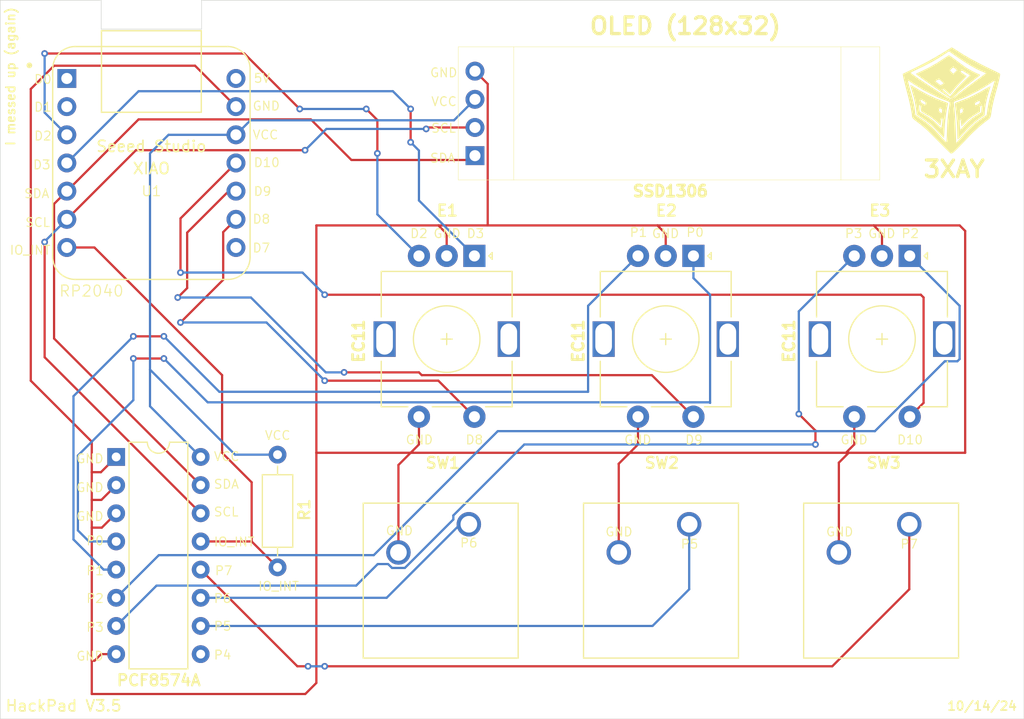
<source format=kicad_pcb>
(kicad_pcb (version 20240108) (generator "pcbnew") (generator_version "8.0")
  (layers (0 "F.Cu" signal) (31 "B.Cu" signal) (34 "B.Paste" user) (35 "F.Paste" user) (36 "B.SilkS" user "B.Silkscreen") (37 "F.SilkS" user "F.Silkscreen") (38 "B.Mask" user) (39 "F.Mask" user) (44 "Edge.Cuts" user))
  (net 0 "")
  (net 1 "VCC")
  (net 2 "GND")
  (net 3 "Net-(U1-PA7_A8_D8_SCK)")
  (net 4 "Net-(U1-PA5_A9_D9_MISO)")
  (net 5 "Net-(U1-PA11_A3_D3)")
  (net 6 "Net-(U1-PA10_A2_D2)")
  (net 7 "Net-(U1-PA6_A10_D10_MOSI)")
  (net 9 "Net-(OL1-SCL)")
  (net 10 "Net-(OL1-SDA)")
  (net 11 "Net-(U2-P1)")
  (net 12 "Net-(U2-P0)")
  (net 13 "Net-(U2-P2)")
  (net 14 "Net-(U2-P3)")
  (net 15 "Net-(U2-P6)")
  (net 16 "Net-(U2-P5)")
  (net 17 "Net-(U2-P7)")
  (net 18 "IO_INT")
  (footprint "Resistor_THT:R_Axial_DIN0207_L6.3mm_D2.5mm_P10.16mm_Horizontal" (layer "F.Cu") (at 140.685 124.535 -90)
    (property "Reference" "R1" (hide yes))
    (property "Value" "10k")
    (pad "1" thru_hole circle (at 0 0 270) (size 1.6 1.6) (drill 0.8) (layers "*.Cu" "*.Mask") (net 1 "VCC"))
    (pad "2" thru_hole oval (at 10.16 0 270) (size 1.6 1.6) (drill 0.8) (layers "*.Cu" "*.Mask") (net 18 "IO_INT"))
  )
  (footprint "Rotary_Encoder:RotaryEncoder_Alps_EC11E-Switch_Vertical_H20mm" (layer "F.Cu") (at 197.685 106.615 -90)
    (property "Reference" "SW3" (hide yes))
    (property "Value" "RotaryEncoder_Switch" (hide yes))
    (pad "A" thru_hole rect (at 0 0 270) (size 2 2) (drill 1) (layers "*.Cu" "*.Mask") (net 13 "Net-(U2-P2)"))
    (pad "B" thru_hole circle (at 0 5 270) (size 2 2) (drill 1) (layers "*.Cu" "*.Mask") (net 14 "Net-(U2-P3)"))
    (pad "C" thru_hole circle (at 0 2.5 270) (size 2 2) (drill 1) (layers "*.Cu" "*.Mask") (net 2 "GND"))
    (pad "MP" thru_hole rect (at 7.5 -3.1 270) (size 3.2 2) (drill oval 2.8 1.5) (layers "*.Cu" "*.Mask"))
    (pad "MP" thru_hole rect (at 7.5 8.1 270) (size 3.2 2) (drill oval 2.8 1.5) (layers "*.Cu" "*.Mask"))
    (pad "S1" thru_hole circle (at 14.5 5 270) (size 2 2) (drill 1) (layers "*.Cu" "*.Mask") (net 2 "GND"))
    (pad "S2" thru_hole circle (at 14.5 0 270) (size 2 2) (drill 1) (layers "*.Cu" "*.Mask") (net 7 "Net-(U1-PA6_A10_D10_MOSI)"))
  )
  (footprint "Button_Switch_Keyboard:SW_Cherry_MX_1.00u_PCB" (layer "F.Cu") (at 197.645 130.81)
    (property "Reference" "SW6" (hide yes))
    (property "Value" "SW_Push")
    (pad "" np_thru_hole circle (at -7.62 5.08) (size 1.7 1.7) (drill 1.7) (layers "*.Cu" "*.Mask"))
    (pad "" np_thru_hole circle (at -2.54 5.08) (size 4 4) (drill 4) (layers "*.Cu" "*.Mask"))
    (pad "" np_thru_hole circle (at 2.54 5.08) (size 1.7 1.7) (drill 1.7) (layers "*.Cu" "*.Mask"))
    (pad "1" thru_hole circle (at 0 0) (size 2.2 2.2) (drill 1.5) (layers "*.Cu" "*.Mask") (net 17 "Net-(U2-P7)"))
    (pad "2" thru_hole circle (at -6.35 2.54) (size 2.2 2.2) (drill 1.5) (layers "*.Cu" "*.Mask") (net 2 "GND"))
  )
  (footprint "Rotary_Encoder:RotaryEncoder_Alps_EC11E-Switch_Vertical_H20mm" (layer "F.Cu") (at 178.185 106.615 -90)
    (property "Reference" "SW2" (hide yes))
    (property "Value" "RotaryEncoder_Switch" (hide yes))
    (pad "A" thru_hole rect (at 0 0 270) (size 2 2) (drill 1) (layers "*.Cu" "*.Mask") (net 12 "Net-(U2-P0)"))
    (pad "B" thru_hole circle (at 0 5 270) (size 2 2) (drill 1) (layers "*.Cu" "*.Mask") (net 11 "Net-(U2-P1)"))
    (pad "C" thru_hole circle (at 0 2.5 270) (size 2 2) (drill 1) (layers "*.Cu" "*.Mask") (net 2 "GND"))
    (pad "MP" thru_hole rect (at 7.5 -3.1 270) (size 3.2 2) (drill oval 2.8 1.5) (layers "*.Cu" "*.Mask"))
    (pad "MP" thru_hole rect (at 7.5 8.1 270) (size 3.2 2) (drill oval 2.8 1.5) (layers "*.Cu" "*.Mask"))
    (pad "S1" thru_hole circle (at 14.5 5 270) (size 2 2) (drill 1) (layers "*.Cu" "*.Mask") (net 2 "GND"))
    (pad "S2" thru_hole circle (at 14.5 0 270) (size 2 2) (drill 1) (layers "*.Cu" "*.Mask") (net 4 "Net-(U1-PA5_A9_D9_MISO)"))
  )
  (footprint "Rotary_Encoder:RotaryEncoder_Alps_EC11E-Switch_Vertical_H20mm" (layer "F.Cu") (at 158.435 106.615 -90)
    (property "Reference" "SW1" (hide yes))
    (property "Value" "RotaryEncoder_Switch" (hide yes))
    (pad "A" thru_hole rect (at 0 0 270) (size 2 2) (drill 1) (layers "*.Cu" "*.Mask") (net 5 "Net-(U1-PA11_A3_D3)"))
    (pad "B" thru_hole circle (at 0 5 270) (size 2 2) (drill 1) (layers "*.Cu" "*.Mask") (net 6 "Net-(U1-PA10_A2_D2)"))
    (pad "C" thru_hole circle (at 0 2.5 270) (size 2 2) (drill 1) (layers "*.Cu" "*.Mask") (net 2 "GND"))
    (pad "MP" thru_hole rect (at 7.5 -3.1 270) (size 3.2 2) (drill oval 2.8 1.5) (layers "*.Cu" "*.Mask"))
    (pad "MP" thru_hole rect (at 7.5 8.1 270) (size 3.2 2) (drill oval 2.8 1.5) (layers "*.Cu" "*.Mask"))
    (pad "S1" thru_hole circle (at 14.5 5 270) (size 2 2) (drill 1) (layers "*.Cu" "*.Mask") (net 2 "GND"))
    (pad "S2" thru_hole circle (at 14.5 0 270) (size 2 2) (drill 1) (layers "*.Cu" "*.Mask") (net 3 "Net-(U1-PA7_A8_D8_SCK)"))
  )
  (footprint "KiCad-SSD1306-0.91-OLED-4pin-128x32.pretty-master:SSD1306-0.91-OLED-4pin-128x32" (layer "F.Cu") (at 194.985 99.765 180)
    (property "Reference" "OL1" (hide yes))
    (property "Value" "OLED" (hide yes))
    (pad "1" thru_hole rect (at 36.5 2.19 180) (size 1.7 1.7) (drill 1) (layers "*.Cu" "*.Mask") (net 10 "Net-(OL1-SDA)"))
    (pad "2" thru_hole oval (at 36.5 4.73 180) (size 1.7 1.7) (drill 1) (layers "*.Cu" "*.Mask") (net 9 "Net-(OL1-SCL)"))
    (pad "3" thru_hole oval (at 36.5 7.27 180) (size 1.7 1.7) (drill 1) (layers "*.Cu" "*.Mask") (net 1 "VCC"))
    (pad "4" thru_hole oval (at 36.5 9.81 180) (size 1.7 1.7) (drill 1) (layers "*.Cu" "*.Mask") (net 2 "GND"))
  )
  (footprint "Button_Switch_Keyboard:SW_Cherry_MX_1.00u_PCB" (layer "F.Cu") (at 177.8 130.81)
    (property "Reference" "SW5" (hide yes))
    (property "Value" "SW_Push")
    (pad "" np_thru_hole circle (at -7.62 5.08) (size 1.7 1.7) (drill 1.7) (layers "*.Cu" "*.Mask"))
    (pad "" np_thru_hole circle (at -2.54 5.08) (size 4 4) (drill 4) (layers "*.Cu" "*.Mask"))
    (pad "" np_thru_hole circle (at 2.54 5.08) (size 1.7 1.7) (drill 1.7) (layers "*.Cu" "*.Mask"))
    (pad "1" thru_hole circle (at 0 0) (size 2.2 2.2) (drill 1.5) (layers "*.Cu" "*.Mask") (net 16 "Net-(U2-P5)"))
    (pad "2" thru_hole circle (at -6.35 2.54) (size 2.2 2.2) (drill 1.5) (layers "*.Cu" "*.Mask") (net 2 "GND"))
  )
  (footprint "LOGO" (layer "F.Cu") (at 201.485 92.465)
    (property "Reference" "G***" (hide yes))
    (property "Value" "LOGO" (hide yes))
  )
  (footprint "Package_DIP:DIP-16_W7.62mm" (layer "F.Cu") (at 126.135 124.74)
    (property "Reference" "U2" (hide yes))
    (property "Value" "PCF8574A" (hide yes))
    (pad "1" thru_hole rect (at 0 0) (size 1.6 1.6) (drill 0.8) (layers "*.Cu" "*.Mask") (net 2 "GND"))
    (pad "2" thru_hole oval (at 0 2.54) (size 1.6 1.6) (drill 0.8) (layers "*.Cu" "*.Mask") (net 2 "GND"))
    (pad "3" thru_hole oval (at 0 5.08) (size 1.6 1.6) (drill 0.8) (layers "*.Cu" "*.Mask") (net 2 "GND"))
    (pad "4" thru_hole oval (at 0 7.62) (size 1.6 1.6) (drill 0.8) (layers "*.Cu" "*.Mask") (net 12 "Net-(U2-P0)"))
    (pad "5" thru_hole oval (at 0 10.16) (size 1.6 1.6) (drill 0.8) (layers "*.Cu" "*.Mask") (net 11 "Net-(U2-P1)"))
    (pad "6" thru_hole oval (at 0 12.7) (size 1.6 1.6) (drill 0.8) (layers "*.Cu" "*.Mask") (net 13 "Net-(U2-P2)"))
    (pad "7" thru_hole oval (at 0 15.24) (size 1.6 1.6) (drill 0.8) (layers "*.Cu" "*.Mask") (net 14 "Net-(U2-P3)"))
    (pad "8" thru_hole oval (at 0 17.78) (size 1.6 1.6) (drill 0.8) (layers "*.Cu" "*.Mask") (net 2 "GND"))
    (pad "9" thru_hole oval (at 7.62 17.78) (size 1.6 1.6) (drill 0.8) (layers "*.Cu" "*.Mask"))
    (pad "10" thru_hole oval (at 7.62 15.24) (size 1.6 1.6) (drill 0.8) (layers "*.Cu" "*.Mask") (net 16 "Net-(U2-P5)"))
    (pad "11" thru_hole oval (at 7.62 12.7) (size 1.6 1.6) (drill 0.8) (layers "*.Cu" "*.Mask") (net 15 "Net-(U2-P6)"))
    (pad "12" thru_hole oval (at 7.62 10.16) (size 1.6 1.6) (drill 0.8) (layers "*.Cu" "*.Mask") (net 17 "Net-(U2-P7)"))
    (pad "13" thru_hole oval (at 7.62 7.62) (size 1.6 1.6) (drill 0.8) (layers "*.Cu" "*.Mask") (net 18 "IO_INT"))
    (pad "14" thru_hole oval (at 7.62 5.08) (size 1.6 1.6) (drill 0.8) (layers "*.Cu" "*.Mask") (net 9 "Net-(OL1-SCL)"))
    (pad "15" thru_hole oval (at 7.62 2.54) (size 1.6 1.6) (drill 0.8) (layers "*.Cu" "*.Mask") (net 10 "Net-(OL1-SDA)"))
    (pad "16" thru_hole oval (at 7.62 0) (size 1.6 1.6) (drill 0.8) (layers "*.Cu" "*.Mask") (net 1 "VCC"))
  )
  (footprint "Button_Switch_Keyboard:SW_Cherry_MX_1.00u_PCB" (layer "F.Cu") (at 157.935 130.81)
    (property "Reference" "SW4" (hide yes))
    (property "Value" "SW_Push")
    (pad "" np_thru_hole circle (at -7.62 5.08) (size 1.7 1.7) (drill 1.7) (layers "*.Cu" "*.Mask"))
    (pad "" np_thru_hole circle (at -2.54 5.08) (size 4 4) (drill 4) (layers "*.Cu" "*.Mask"))
    (pad "" np_thru_hole circle (at 2.54 5.08) (size 1.7 1.7) (drill 1.7) (layers "*.Cu" "*.Mask"))
    (pad "1" thru_hole circle (at 0 0) (size 2.2 2.2) (drill 1.5) (layers "*.Cu" "*.Mask") (net 15 "Net-(U2-P6)"))
    (pad "2" thru_hole circle (at -6.35 2.54) (size 2.2 2.2) (drill 1.5) (layers "*.Cu" "*.Mask") (net 2 "GND"))
  )
  (footprint "Seeed Studio XIAO Series Library:XIAO-Generic-Thruhole-14P-2.54-21X17.8MM" (layer "F.Cu") (at 129.31 98.235)
    (property "Reference" "U1" (at 0 2.54 0) (layer "F.SilkS") (effects (font (size 0.889 0.889) (thickness 0.1016))))
    (property "Value" "Seeed Studio XIAO SAMD21" (hide yes))
    (fp_text user "Seeed Studio" (at 0 -1.5 0) (layer "F.SilkS"))
    (fp_text user "XIAO" (at 0 0.5 0) (layer "F.SilkS"))
    (pad "1" thru_hole rect (at -7.625 -7.62) (size 1.7 1.7) (drill 1) (layers "*.Cu" "*.Mask"))
    (pad "2" thru_hole circle (at -7.625 -5.08) (size 1.7 1.7) (drill 1) (layers "*.Cu" "*.Mask"))
    (pad "3" thru_hole circle (at -7.625 -2.54) (size 1.7 1.7) (drill 1) (layers "*.Cu" "*.Mask") (net 6 "Net-(U1-PA10_A2_D2)"))
    (pad "4" thru_hole circle (at -7.625 0) (size 1.7 1.7) (drill 1) (layers "*.Cu" "*.Mask") (net 5 "Net-(U1-PA11_A3_D3)"))
    (pad "5" thru_hole circle (at -7.625 2.54) (size 1.7 1.7) (drill 1) (layers "*.Cu" "*.Mask") (net 10 "Net-(OL1-SDA)"))
    (pad "6" thru_hole circle (at -7.625 5.08 180) (size 1.7 1.7) (drill 1) (layers "*.Cu" "*.Mask") (net 9 "Net-(OL1-SCL)"))
    (pad "7" thru_hole circle (at -7.625 7.62) (size 1.7 1.7) (drill 1) (layers "*.Cu" "*.Mask") (net 18 "IO_INT"))
    (pad "8" thru_hole circle (at 7.625 7.62) (size 1.7 1.7) (drill 1) (layers "*.Cu" "*.Mask"))
    (pad "9" thru_hole circle (at 7.625 5.08) (size 1.7 1.7) (drill 1) (layers "*.Cu" "*.Mask") (net 3 "Net-(U1-PA7_A8_D8_SCK)"))
    (pad "10" thru_hole circle (at 7.625 2.54) (size 1.7 1.7) (drill 1) (layers "*.Cu" "*.Mask") (net 4 "Net-(U1-PA5_A9_D9_MISO)"))
    (pad "11" thru_hole circle (at 7.625 0) (size 1.7 1.7) (drill 1) (layers "*.Cu" "*.Mask") (net 7 "Net-(U1-PA6_A10_D10_MOSI)"))
    (pad "12" thru_hole circle (at 7.625 -2.54) (size 1.7 1.7) (drill 1) (layers "*.Cu" "*.Mask") (net 1 "VCC"))
    (pad "13" thru_hole circle (at 7.625 -5.08) (size 1.7 1.7) (drill 1) (layers "*.Cu" "*.Mask") (net 2 "GND"))
    (pad "14" thru_hole circle (at 7.625 -7.62) (size 1.7 1.7) (drill 1) (layers "*.Cu" "*.Mask"))
  )
  (gr_line (start 133.835 86.165) (end 133.835 83.565) (stroke (width 0.05)) (layer "Edge.Cuts"))
  (gr_line (start 124.785 83.565) (end 124.785 86.165) (stroke (width 0.05)) (layer "Edge.Cuts"))
  (gr_line (start 115.685 85.365) (end 115.685 148.365) (stroke (width 0.05)) (layer "Edge.Cuts"))
  (gr_line (start 115.685 83.565) (end 115.685 85.365) (stroke (width 0.05)) (layer "Edge.Cuts"))
  (gr_line (start 133.835 83.565) (end 207.985 83.565) (stroke (width 0.05)) (layer "Edge.Cuts"))
  (gr_line (start 117.685 83.565) (end 124.785 83.565) (stroke (width 0.05)) (layer "Edge.Cuts"))
  (gr_line (start 117.685 83.565) (end 115.685 83.565) (stroke (width 0.05)) (layer "Edge.Cuts"))
  (gr_line (start 124.785 86.165) (end 133.835 86.165) (stroke (width 0.05)) (layer "Edge.Cuts"))
  (gr_line (start 207.985 148.365) (end 115.685 148.365) (stroke (width 0.05)) (layer "Edge.Cuts"))
  (gr_line (start 207.985 83.565) (end 207.985 148.365) (stroke (width 0.05)) (layer "Edge.Cuts"))
  (gr_text "D9" (at 177.385 123.665 0) (layer "F.SilkS") (effects (font (size 0.8 0.8) (thickness 0.1)) (justify left bottom)))
  (gr_text "D1" (at 118.685 93.665 0) (layer "F.SilkS") (effects (font (size 0.8 0.8) (thickness 0.1)) (justify left bottom)))
  (gr_text "10/14/24" (at 200.985 147.665 0) (layer "F.SilkS") (effects (font (size 0.8 0.8)) (justify left bottom)))
  (gr_text "SCL" (at 154.485 95.565 0) (layer "F.SilkS") (effects (font (size 0.8 0.8) (thickness 0.1)) (justify left bottom)))
  (gr_text "P3" (at 191.785 105.065 0) (layer "F.SilkS") (effects (font (size 0.8 0.8) (thickness 0.1)) (justify left bottom)))
  (gr_text "D2" (at 152.585 105.065 0) (layer "F.SilkS") (effects (font (size 0.8 0.8) (thickness 0.1)) (justify left bottom)))
  (gr_text "IO_INT\n" (at 134.885 132.865 0) (layer "F.SilkS") (effects (font (size 0.8 0.8) (thickness 0.1)) (justify left bottom)))
  (gr_text "SDA" (at 117.785 101.465 0) (layer "F.SilkS") (effects (font (size 0.8 0.8) (thickness 0.1)) (justify left bottom)))
  (gr_text "P6" (at 157.085 132.965 0) (layer "F.SilkS") (effects (font (size 0.8 0.8) (thickness 0.1)) (justify left bottom)))
  (gr_text "E3" (at 193.935 103.115 0) (layer "F.SilkS") (effects (font (size 1 1) (thickness 0.2) (bold yes)) (justify left bottom)))
  (gr_text "P0" (at 177.485 104.965 0) (layer "F.SilkS") (effects (font (size 0.8 0.8) (thickness 0.1)) (justify left bottom)))
  (gr_text "GND" (at 170.185 131.965 0) (layer "F.SilkS") (effects (font (size 0.8 0.8) (thickness 0.1)) (justify left bottom)))
  (gr_text "D8" (at 157.585 123.665 0) (layer "F.SilkS") (effects (font (size 0.8 0.8) (thickness 0.1)) (justify left bottom)))
  (gr_text "D9" (at 138.485 101.265 0) (layer "F.SilkS") (effects (font (size 0.8 0.8) (thickness 0.1)) (justify left bottom)))
  (gr_text "GND" (at 171.885 123.665 0) (layer "F.SilkS") (effects (font (size 0.8 0.8) (thickness 0.1)) (justify left bottom)))
  (gr_text "SW2" (at 173.685 125.865 0) (layer "F.SilkS") (effects (font (size 1 1) (thickness 0.2) (bold yes)) (justify left bottom)))
  (gr_text "P7" (at 134.985 135.465 0) (layer "F.SilkS") (effects (font (size 0.8 0.8) (thickness 0.1)) (justify left bottom)))
  (gr_text "IO_INT\n" (at 138.885 136.865 0) (layer "F.SilkS") (effects (font (size 0.8 0.8) (thickness 0.1)) (justify left bottom)))
  (gr_text "D10" (at 196.485 123.665 0) (layer "F.SilkS") (effects (font (size 0.8 0.8) (thickness 0.1)) (justify left bottom)))
  (gr_text "D0" (at 118.685 91.165 0) (layer "F.SilkS") (effects (font (size 0.8 0.8) (thickness 0.1)) (justify left bottom)))
  (gr_text "P2" (at 196.885 105.065 0) (layer "F.SilkS") (effects (font (size 0.8 0.8) (thickness 0.1)) (justify left bottom)))
  (gr_text "D7" (at 138.385 106.365 0) (layer "F.SilkS") (effects (font (size 0.8 0.8) (thickness 0.1)) (justify left bottom)))
  (gr_text "GND" (at 122.485 127.965 0) (layer "F.SilkS") (effects (font (size 0.8 0.8) (thickness 0.1)) (justify left bottom)))
  (gr_text "P3" (at 123.385 140.565 0) (layer "F.SilkS") (effects (font (size 0.8 0.8) (thickness 0.1)) (justify left bottom)))
  (gr_text "GND" (at 152.185 123.665 0) (layer "F.SilkS") (effects (font (size 0.8 0.8) (thickness 0.1)) (justify left bottom)))
  (gr_text "IO_INT\n" (at 116.485 106.565 0) (layer "F.SilkS") (effects (font (size 0.8 0.8) (thickness 0.1)) (justify left bottom)))
  (gr_text "RP2040" (at 120.935 110.365 0) (layer "F.SilkS") (effects (font (size 1 1) (thickness 0.1)) (justify left bottom)))
  (gr_text "VCC" (at 138.385 96.165 0) (layer "F.SilkS") (effects (font (size 0.8 0.8) (thickness 0.1)) (justify left bottom)))
  (gr_text "GND" (at 150.385 131.865 0) (layer "F.SilkS") (effects (font (size 0.8 0.8) (thickness 0.1)) (justify left bottom)))
  (gr_text "P0" (at 123.385 132.765 0) (layer "F.SilkS") (effects (font (size 0.8 0.8) (thickness 0.1)) (justify left bottom)))
  (gr_text "D2" (at 118.685 96.265 0) (layer "F.SilkS") (effects (font (size 0.8 0.8) (thickness 0.1)) (justify left bottom)))
  (gr_text "E1" (at 154.935 103.115 0) (layer "F.SilkS") (effects (font (size 1 1) (thickness 0.2) (bold yes)) (justify left bottom)))
  (gr_text "GND" (at 122.485 130.565 0) (layer "F.SilkS") (effects (font (size 0.8 0.8) (thickness 0.1)) (justify left bottom)))
  (gr_text "GND" (at 174.385 105.065 0) (layer "F.SilkS") (effects (font (size 0.8 0.8) (thickness 0.1)) (justify left bottom)))
  (gr_text "D10" (at 138.485 98.665 0) (layer "F.SilkS") (effects (font (size 0.8 0.8) (thickness 0.1)) (justify left bottom)))
  (gr_text "3XAY" (at 198.785 99.665 0) (layer "F.SilkS") (effects (font (size 1.5 1.5) (thickness 0.3) (bold yes)) (justify left bottom)))
  (gr_text "GND" (at 193.885 105.065 0) (layer "F.SilkS") (effects (font (size 0.8 0.8) (thickness 0.1)) (justify left bottom)))
  (gr_text "P1" (at 172.385 104.965 0) (layer "F.SilkS") (effects (font (size 0.8 0.8) (thickness 0.1)) (justify left bottom)))
  (gr_text "GND" (at 154.385 90.565 0) (layer "F.SilkS") (effects (font (size 0.8 0.8) (thickness 0.1)) (justify left bottom)))
  (gr_text "P2" (at 123.385 137.965 0) (layer "F.SilkS") (effects (font (size 0.8 0.8) (thickness 0.1)) (justify left bottom)))
  (gr_text "SW3" (at 193.685 125.865 0) (layer "F.SilkS") (effects (font (size 1 1) (thickness 0.2) (bold yes)) (justify left bottom)))
  (gr_text "GND" (at 138.385 93.565 0) (layer "F.SilkS") (effects (font (size 0.8 0.8) (thickness 0.1)) (justify left bottom)))
  (gr_text "D3" (at 118.585 98.865 0) (layer "F.SilkS") (effects (font (size 0.8 0.8) (thickness 0.1)) (justify left bottom)))
  (gr_text "PCF8574A" (at 126.085 145.465 0) (layer "F.SilkS") (effects (font (size 1 1) (thickness 0.2) (bold yes)) (justify left bottom)))
  (gr_text "E2" (at 174.685 103.115 0) (layer "F.SilkS") (effects (font (size 1 1) (thickness 0.2) (bold yes)) (justify left bottom)))
  (gr_text "VCC" (at 134.885 125.165 0) (layer "F.SilkS") (effects (font (size 0.8 0.8) (thickness 0.1)) (justify left bottom)))
  (gr_text "EC11" (at 148.585 116.365 90) (layer "F.SilkS") (effects (font (size 1 1) (thickness 0.25) (bold yes)) (justify left bottom)))
  (gr_text "GND" (at 122.485 125.365 0) (layer "F.SilkS") (effects (font (size 0.8 0.8) (thickness 0.1)) (justify left bottom)))
  (gr_text "P5" (at 176.985 133.065 0) (layer "F.SilkS") (effects (font (size 0.8 0.8) (thickness 0.1)) (justify left bottom)))
  (gr_text "GND" (at 154.685 105.065 0) (layer "F.SilkS") (effects (font (size 0.8 0.8) (thickness 0.1)) (justify left bottom)))
  (gr_text "GND" (at 190.085 131.965 0) (layer "F.SilkS") (effects (font (size 0.8 0.8) (thickness 0.1)) (justify left bottom)))
  (gr_text "SCL" (at 134.885 130.165 0) (layer "F.SilkS") (effects (font (size 0.8 0.8) (thickness 0.1)) (justify left bottom)))
  (gr_text "SDA" (at 154.385 98.265 0) (layer "F.SilkS") (effects (font (size 0.8 0.8) (thickness 0.1)) (justify left bottom)))
  (gr_text "I messed up (again)" (at 117.085 96.765 90) (layer "F.SilkS") (effects (font (size 0.8 0.8)) (justify left bottom)))
  (gr_text "P6" (at 134.885 137.965 0) (layer "F.SilkS") (effects (font (size 0.8 0.8) (thickness 0.1)) (justify left bottom)))
  (gr_text "EC11" (at 187.385 116.365 90) (layer "F.SilkS") (effects (font (size 1 1) (thickness 0.25) (bold yes)) (justify left bottom)))
  (gr_text "OLED (128x32)" (at 168.685 86.765 0) (layer "F.SilkS") (effects (font (size 1.5 1.5) (thickness 0.3) (bold yes)) (justify left bottom)))
  (gr_text "D3" (at 157.685 105.065 0) (layer "F.SilkS") (effects (font (size 0.8 0.8) (thickness 0.1)) (justify left bottom)))
  (gr_text "D8" (at 138.385 103.765 0) (layer "F.SilkS") (effects (font (size 0.8 0.8) (thickness 0.1)) (justify left bottom)))
  (gr_text "R1" (at 143.685 130.615 90) (layer "F.SilkS") (effects (font (size 1 1) (thickness 0.2) (bold yes)) (justify left bottom)))
  (gr_text "SSD1306" (at 172.585 101.365 0) (layer "F.SilkS") (effects (font (size 1 1) (thickness 0.25) (bold yes)) (justify left bottom)))
  (gr_text "SW1" (at 153.935 125.865 0) (layer "F.SilkS") (effects (font (size 1 1) (thickness 0.2) (bold yes)) (justify left bottom)))
  (gr_text "EC11" (at 168.385 116.365 90) (layer "F.SilkS") (effects (font (size 1 1) (thickness 0.25) (bold yes)) (justify left bottom)))
  (gr_text "VCC" (at 154.485 93.165 0) (layer "F.SilkS") (effects (font (size 0.8 0.8) (thickness 0.1)) (justify left bottom)))
  (gr_text "SDA" (at 134.885 127.665 0) (layer "F.SilkS") (effects (font (size 0.8 0.8) (thickness 0.1)) (justify left bottom)))
  (gr_text "5V" (at 138.485 91.065 0) (layer "F.SilkS") (effects (font (size 0.8 0.8) (thickness 0.1)) (justify left bottom)))
  (gr_text "P4" (at 134.885 143.065 0) (layer "F.SilkS") (effects (font (size 0.8 0.8) (thickness 0.1)) (justify left bottom)))
  (gr_text "GND" (at 191.385 123.665 0) (layer "F.SilkS") (effects (font (size 0.8 0.8) (thickness 0.1)) (justify left bottom)))
  (gr_text "SCL" (at 117.885 104.065 0) (layer "F.SilkS") (effects (font (size 0.8 0.8) (thickness 0.1)) (justify left bottom)))
  (gr_text "P7" (at 196.785 133.065 0) (layer "F.SilkS") (effects (font (size 0.8 0.8) (thickness 0.1)) (justify left bottom)))
  (gr_text "GND" (at 122.485 143.165 0) (layer "F.SilkS") (effects (font (size 0.8 0.8) (thickness 0.1)) (justify left bottom)))
  (gr_text "P5" (at 134.885 140.465 0) (layer "F.SilkS") (effects (font (size 0.8 0.8) (thickness 0.1)) (justify left bottom)))
  (gr_text "P1" (at 123.385 135.465 0) (layer "F.SilkS") (effects (font (size 0.8 0.8) (thickness 0.1)) (justify left bottom)))
  (gr_text "HackPad V3.5" (at 116.085 147.765 0) (layer "F.SilkS") (effects (font (size 1 1)) (justify left bottom)))
  (gr_text "VCC" (at 139.485 123.265 0) (layer "F.SilkS") (effects (font (size 0.8 0.8) (thickness 0.1)) (justify left bottom)))
  (segment (start 129.185 120.17) (end 133.755 124.74) (width 0.2) (layer "B.Cu") (net 1))
  (segment (start 156.595 94.385) (end 158.485 92.495) (width 0.2) (layer "B.Cu") (net 1))
  (segment (start 138.245 94.385) (end 156.595 94.385) (width 0.2) (layer "B.Cu") (net 1))
  (segment (start 130.855 95.695) (end 129.185 97.365) (width 0.2) (layer "B.Cu") (net 1))
  (segment (start 136.935 95.695) (end 130.855 95.695) (width 0.2) (layer "B.Cu") (net 1))
  (segment (start 140.685 124.535) (end 136.855 124.535) (width 0.2) (layer "B.Cu") (net 1))
  (segment (start 136.855 124.535) (end 129.185 116.865) (width 0.2) (layer "B.Cu") (net 1))
  (segment (start 129.185 97.365) (end 129.185 116.865) (width 0.2) (layer "B.Cu") (net 1))
  (segment (start 138.245 94.385) (end 136.935 95.695) (width 0.2) (layer "B.Cu") (net 1))
  (segment (start 129.185 116.865) (end 129.185 120.17) (width 0.2) (layer "B.Cu") (net 1))
  (segment (start 191.935 124.365) (end 192.685 123.615) (width 0.2) (layer "F.Cu") (net 2))
  (segment (start 158.485 89.955) (end 159.635 91.105) (width 0.2) (layer "F.Cu") (net 2))
  (segment (start 123.935 146.115) (end 123.935 143.115) (width 0.2) (layer "F.Cu") (net 2))
  (segment (start 123.935 131.115) (end 123.935 128.615) (width 0.2) (layer "F.Cu") (net 2))
  (segment (start 159.585 103.865) (end 174.935 103.865) (width 0.2) (layer "F.Cu") (net 2))
  (segment (start 172.435 124.365) (end 171.435 125.365) (width 0.2) (layer "F.Cu") (net 2))
  (segment (start 124.78 142.52) (end 126.135 142.52) (width 0.2) (layer "F.Cu") (net 2))
  (segment (start 155.935 104.615) (end 155.935 106.615) (width 0.2) (layer "F.Cu") (net 2))
  (segment (start 123.935 128.615) (end 123.935 126.115) (width 0.2) (layer "F.Cu") (net 2))
  (segment (start 155.185 103.865) (end 159.585 103.865) (width 0.2) (layer "F.Cu") (net 2))
  (segment (start 174.935 103.865) (end 194.435 103.865) (width 0.2) (layer "F.Cu") (net 2))
  (segment (start 144.185 145.115) (end 143.185 146.115) (width 0.2) (layer "F.Cu") (net 2))
  (segment (start 123.935 143.115) (end 123.935 131.115) (width 0.2) (layer "F.Cu") (net 2))
  (segment (start 124.8 128.615) (end 126.135 127.28) (width 0.2) (layer "F.Cu") (net 2))
  (segment (start 202.685 104.365) (end 202.685 124.365) (width 0.2) (layer "F.Cu") (net 2))
  (segment (start 151.585 125.465) (end 151.585 133.35) (width 0.2) (layer "F.Cu") (net 2))
  (segment (start 191.295 133.35) (end 191.295 125.255) (width 0.2) (layer "F.Cu") (net 2))
  (segment (start 124.185 143.115) (end 124.78 142.52) (width 0.2) (layer "F.Cu") (net 2))
  (segment (start 144.185 103.865) (end 144.185 124.365) (width 0.2) (layer "F.Cu") (net 2))
  (segment (start 133.245 89.465) (end 136.935 93.155) (width 0.2) (layer "F.Cu") (net 2))
  (segment (start 118.435 91.565) (end 120.535 89.465) (width 0.2) (layer "F.Cu") (net 2))
  (segment (start 118.435 117.865) (end 118.435 91.565) (width 0.2) (layer "F.Cu") (net 2))
  (segment (start 171.45 125.38) (end 171.45 133.35) (width 0.2) (layer "F.Cu") (net 2))
  (segment (start 174.935 103.865) (end 175.685 104.615) (width 0.2) (layer "F.Cu") (net 2))
  (segment (start 144.185 103.865) (end 155.185 103.865) (width 0.2) (layer "F.Cu") (net 2))
  (segment (start 124.76 126.115) (end 126.135 124.74) (width 0.2) (layer "F.Cu") (net 2))
  (segment (start 123.935 143.115) (end 124.185 143.115) (width 0.2) (layer "F.Cu") (net 2))
  (segment (start 152.685 124.365) (end 153.435 123.615) (width 0.2) (layer "F.Cu") (net 2))
  (segment (start 123.935 123.365) (end 118.435 117.865) (width 0.2) (layer "F.Cu") (net 2))
  (segment (start 194.435 103.865) (end 202.185 103.865) (width 0.2) (layer "F.Cu") (net 2))
  (segment (start 159.635 103.815) (end 159.585 103.865) (width 0.2) (layer "F.Cu") (net 2))
  (segment (start 155.185 103.865) (end 155.935 104.615) (width 0.2) (layer "F.Cu") (net 2))
  (segment (start 123.935 131.115) (end 124.84 131.115) (width 0.2) (layer "F.Cu") (net 2))
  (segment (start 123.935 126.115) (end 123.935 123.365) (width 0.2) (layer "F.Cu") (net 2))
  (segment (start 143.185 146.115) (end 123.935 146.115) (width 0.2) (layer "F.Cu") (net 2))
  (segment (start 120.535 89.465) (end 133.245 89.465) (width 0.2) (layer "F.Cu") (net 2))
  (segment (start 194.435 103.865) (end 195.185 104.615) (width 0.2) (layer "F.Cu") (net 2))
  (segment (start 173.185 123.615) (end 173.185 121.115) (width 0.2) (layer "F.Cu") (net 2))
  (segment (start 172.435 124.365) (end 173.185 123.615) (width 0.2) (layer "F.Cu") (net 2))
  (segment (start 195.185 104.615) (end 195.185 106.615) (width 0.2) (layer "F.Cu") (net 2))
  (segment (start 191.935 124.365) (end 192.185 124.365) (width 0.2) (layer "F.Cu") (net 2))
  (segment (start 123.935 126.115) (end 124.76 126.115) (width 0.2) (layer "F.Cu") (net 2))
  (segment (start 172.435 124.365) (end 191.935 124.365) (width 0.2) (layer "F.Cu") (net 2))
  (segment (start 152.685 124.365) (end 172.435 124.365) (width 0.2) (layer "F.Cu") (net 2))
  (segment (start 202.185 103.865) (end 202.685 104.365) (width 0.2) (layer "F.Cu") (net 2))
  (segment (start 144.185 124.365) (end 152.685 124.365) (width 0.2) (layer "F.Cu") (net 2))
  (segment (start 191.295 125.255) (end 192.185 124.365) (width 0.2) (layer "F.Cu") (net 2))
  (segment (start 124.84 131.115) (end 126.135 129.82) (width 0.2) (layer "F.Cu") (net 2))
  (segment (start 144.185 124.365) (end 144.185 145.115) (width 0.2) (layer "F.Cu") (net 2))
  (segment (start 171.435 125.365) (end 171.45 125.38) (width 0.2) (layer "F.Cu") (net 2))
  (segment (start 175.685 104.615) (end 175.685 106.615) (width 0.2) (layer "F.Cu") (net 2))
  (segment (start 152.685 124.365) (end 151.585 125.465) (width 0.2) (layer "F.Cu") (net 2))
  (segment (start 202.685 124.365) (end 192.185 124.365) (width 0.2) (layer "F.Cu") (net 2))
  (segment (start 159.635 91.105) (end 159.635 103.815) (width 0.2) (layer "F.Cu") (net 2))
  (segment (start 192.685 123.615) (end 192.685 121.115) (width 0.2) (layer "F.Cu") (net 2))
  (segment (start 123.935 128.615) (end 124.8 128.615) (width 0.2) (layer "F.Cu") (net 2))
  (segment (start 153.435 123.615) (end 153.435 121.115) (width 0.2) (layer "F.Cu") (net 2))
  (segment (start 131.935 112.615) (end 135.785 108.765) (width 0.2) (layer "F.Cu") (net 3))
  (segment (start 155.185 117.865) (end 158.435 121.115) (width 0.2) (layer "F.Cu") (net 3))
  (segment (start 144.935 117.865) (end 155.185 117.865) (width 0.2) (layer "F.Cu") (net 3))
  (segment (start 135.785 108.765) (end 135.785 104.465) (width 0.2) (layer "F.Cu") (net 3))
  (segment (start 135.785 104.465) (end 136.935 103.315) (width 0.2) (layer "F.Cu") (net 3))
  (via (at 144.935 117.865) (size 0.6) (drill 0.3) (layers "F.Cu" "B.Cu") (net 3))
  (via (at 131.935 112.615) (size 0.6) (drill 0.3) (layers "F.Cu" "B.Cu") (net 3))
  (segment (start 131.935 112.615) (end 139.685 112.615) (width 0.2) (layer "B.Cu") (net 3))
  (segment (start 139.685 112.615) (end 144.935 117.865) (width 0.2) (layer "B.Cu") (net 3))
  (segment (start 132.535 109.515) (end 132.535 104.515) (width 0.2) (layer "F.Cu") (net 4))
  (segment (start 146.685 117.115) (end 153.435 117.115) (width 0.2) (layer "F.Cu") (net 4))
  (segment (start 174.435 117.365) (end 178.185 121.115) (width 0.2) (layer "F.Cu") (net 4))
  (segment (start 153.685 117.365) (end 174.435 117.365) (width 0.2) (layer "F.Cu") (net 4))
  (segment (start 131.685 110.365) (end 132.535 109.515) (width 0.2) (layer "F.Cu") (net 4))
  (segment (start 136.275 100.775) (end 136.935 100.775) (width 0.2) (layer "F.Cu") (net 4))
  (segment (start 132.535 104.515) (end 136.275 100.775) (width 0.2) (layer "F.Cu") (net 4))
  (segment (start 153.435 117.115) (end 153.685 117.365) (width 0.2) (layer "F.Cu") (net 4))
  (via (at 131.685 110.365) (size 0.6) (drill 0.3) (layers "F.Cu" "B.Cu") (net 4))
  (via (at 146.685 117.115) (size 0.6) (drill 0.3) (layers "F.Cu" "B.Cu") (net 4))
  (segment (start 145.033529 117.115) (end 146.685 117.115) (width 0.2) (layer "B.Cu") (net 4))
  (segment (start 138.283529 110.365) (end 145.033529 117.115) (width 0.2) (layer "B.Cu") (net 4))
  (segment (start 131.685 110.365) (end 138.283529 110.365) (width 0.2) (layer "B.Cu") (net 4))
  (segment (start 152.685 96.365) (end 152.685 93.365) (width 0.2) (layer "F.Cu") (net 5))
  (via (at 152.685 96.365) (size 0.6) (drill 0.3) (layers "F.Cu" "B.Cu") (net 5))
  (via (at 152.685 93.365) (size 0.6) (drill 0.3) (layers "F.Cu" "B.Cu") (net 5))
  (segment (start 128.155 91.765) (end 121.685 98.235) (width 0.2) (layer "B.Cu") (net 5))
  (segment (start 153.435 101.615) (end 158.435 106.615) (width 0.2) (layer "B.Cu") (net 5))
  (segment (start 151.085 91.765) (end 128.155 91.765) (width 0.2) (layer "B.Cu") (net 5))
  (segment (start 153.435 101.615) (end 153.435 97.115) (width 0.2) (layer "B.Cu") (net 5))
  (segment (start 153.435 97.115) (end 152.685 96.365) (width 0.2) (layer "B.Cu") (net 5))
  (segment (start 152.685 93.365) (end 151.085 91.765) (width 0.2) (layer "B.Cu") (net 5))
  (segment (start 149.685 97.365) (end 149.685 94.365) (width 0.2) (layer "F.Cu") (net 6))
  (segment (start 137.685 88.365) (end 119.685 88.365) (width 0.2) (layer "F.Cu") (net 6))
  (segment (start 142.685 93.365) (end 137.685 88.365) (width 0.2) (layer "F.Cu") (net 6))
  (segment (start 149.685 94.365) (end 148.685 93.365) (width 0.2) (layer "F.Cu") (net 6))
  (via (at 119.685 88.365) (size 0.6) (drill 0.3) (layers "F.Cu" "B.Cu") (net 6))
  (via (at 149.685 97.365) (size 0.6) (drill 0.3) (layers "F.Cu" "B.Cu") (net 6))
  (via (at 142.685 93.365) (size 0.6) (drill 0.3) (layers "F.Cu" "B.Cu") (net 6))
  (via (at 148.685 93.365) (size 0.6) (drill 0.3) (layers "F.Cu" "B.Cu") (net 6))
  (segment (start 148.685 93.365) (end 142.685 93.365) (width 0.2) (layer "B.Cu") (net 6))
  (segment (start 119.685 93.695) (end 121.685 95.695) (width 0.2) (layer "B.Cu") (net 6))
  (segment (start 119.685 88.365) (end 119.685 93.695) (width 0.2) (layer "B.Cu") (net 6))
  (segment (start 153.435 106.615) (end 149.685 102.865) (width 0.2) (layer "B.Cu") (net 6))
  (segment (start 149.685 102.865) (end 149.685 97.365) (width 0.2) (layer "B.Cu") (net 6))
  (segment (start 198.935 110.365) (end 198.935 119.865) (width 0.2) (layer "F.Cu") (net 7))
  (segment (start 144.935 110.115) (end 198.685 110.115) (width 0.2) (layer "F.Cu") (net 7))
  (segment (start 198.685 110.115) (end 198.935 110.365) (width 0.2) (layer "F.Cu") (net 7))
  (segment (start 198.935 119.865) (end 197.685 121.115) (width 0.2) (layer "F.Cu") (net 7))
  (segment (start 131.935 103.235) (end 131.935 108.115) (width 0.2) (layer "F.Cu") (net 7))
  (segment (start 136.935 98.235) (end 131.935 103.235) (width 0.2) (layer "F.Cu") (net 7))
  (via (at 144.935 110.115) (size 0.6) (drill 0.3) (layers "F.Cu" "B.Cu") (net 7))
  (via (at 131.935 108.115) (size 0.6) (drill 0.3) (layers "F.Cu" "B.Cu") (net 7))
  (segment (start 142.935 108.115) (end 144.935 110.115) (width 0.2) (layer "B.Cu") (net 7))
  (segment (start 131.935 108.115) (end 142.935 108.115) (width 0.2) (layer "B.Cu") (net 7))
  (segment (start 154.085 95.165) (end 154.215 95.035) (width 0.2) (layer "F.Cu") (net 9))
  (segment (start 133.755 129.82) (end 119.685 115.75) (width 0.2) (layer "F.Cu") (net 9))
  (segment (start 119.685 115.75) (end 119.685 105.365) (width 0.2) (layer "F.Cu") (net 9))
  (segment (start 121.685 103.315) (end 127.915 97.085) (width 0.2) (layer "F.Cu") (net 9))
  (segment (start 154.215 95.035) (end 158.485 95.035) (width 0.2) (layer "F.Cu") (net 9))
  (segment (start 127.915 97.085) (end 143.165 97.085) (width 0.2) (layer "F.Cu") (net 9))
  (via (at 154.085 95.165) (size 0.6) (drill 0.3) (layers "F.Cu" "B.Cu") (net 9))
  (via (at 119.685 105.365) (size 0.6) (drill 0.3) (layers "F.Cu" "B.Cu") (net 9))
  (via (at 143.165 97.085) (size 0.6) (drill 0.3) (layers "F.Cu" "B.Cu") (net 9))
  (segment (start 143.165 97.085) (end 145.085 95.165) (width 0.2) (layer "B.Cu") (net 9))
  (segment (start 145.085 95.165) (end 154.085 95.165) (width 0.2) (layer "B.Cu") (net 9))
  (segment (start 119.685 105.315) (end 121.685 103.315) (width 0.2) (layer "B.Cu") (net 9))
  (segment (start 119.685 105.365) (end 119.685 105.315) (width 0.2) (layer "B.Cu") (net 9))
  (segment (start 147.345 97.965) (end 158.095 97.965) (width 0.2) (layer "F.Cu") (net 10))
  (segment (start 143.685 94.305) (end 147.345 97.965) (width 0.2) (layer "F.Cu") (net 10))
  (segment (start 121.685 100.775) (end 128.155 94.305) (width 0.2) (layer "F.Cu") (net 10))
  (segment (start 120.535 101.925) (end 121.685 100.775) (width 0.2) (layer "F.Cu") (net 10))
  (segment (start 120.535 114.06) (end 120.535 101.925) (width 0.2) (layer "F.Cu") (net 10))
  (segment (start 158.095 97.965) (end 158.485 97.575) (width 0.2) (layer "F.Cu") (net 10))
  (segment (start 128.155 94.305) (end 143.685 94.305) (width 0.2) (layer "F.Cu") (net 10))
  (segment (start 133.755 127.28) (end 120.535 114.06) (width 0.2) (layer "F.Cu") (net 10))
  (segment (start 127.685 113.865) (end 130.435 113.865) (width 0.2) (layer "F.Cu") (net 11))
  (via (at 130.435 113.865) (size 0.6) (drill 0.3) (layers "F.Cu" "B.Cu") (net 11))
  (via (at 127.685 113.865) (size 0.6) (drill 0.3) (layers "F.Cu" "B.Cu") (net 11))
  (segment (start 168.685 111.115) (end 173.185 106.615) (width 0.2) (layer "B.Cu") (net 11))
  (segment (start 122.285 132.18137) (end 122.285 119.265) (width 0.2) (layer "B.Cu") (net 11))
  (segment (start 122.285 119.265) (end 127.685 113.865) (width 0.2) (layer "B.Cu") (net 11))
  (segment (start 130.435 113.865) (end 135.435 118.865) (width 0.2) (layer "B.Cu") (net 11))
  (segment (start 135.435 118.865) (end 168.685 118.865) (width 0.2) (layer "B.Cu") (net 11))
  (segment (start 126.135 134.9) (end 125.00363 134.9) (width 0.2) (layer "B.Cu") (net 11))
  (segment (start 168.685 118.865) (end 168.685 111.115) (width 0.2) (layer "B.Cu") (net 11))
  (segment (start 125.00363 134.9) (end 122.285 132.18137) (width 0.2) (layer "B.Cu") (net 11))
  (segment (start 127.685 115.865) (end 130.435 115.865) (width 0.2) (layer "F.Cu") (net 12))
  (via (at 127.685 115.865) (size 0.6) (drill 0.3) (layers "F.Cu" "B.Cu") (net 12))
  (via (at 130.435 115.865) (size 0.6) (drill 0.3) (layers "F.Cu" "B.Cu") (net 12))
  (segment (start 122.685 131.365) (end 122.685 124.615) (width 0.2) (layer "B.Cu") (net 12))
  (segment (start 122.685 124.615) (end 125.435 121.865) (width 0.2) (layer "B.Cu") (net 12))
  (segment (start 178.185 108.615) (end 178.185 106.615) (width 0.2) (layer "B.Cu") (net 12))
  (segment (start 179.685 110.115) (end 178.185 108.615) (width 0.2) (layer "B.Cu") (net 12))
  (segment (start 134.385 119.815) (end 179.635 119.815) (width 0.2) (layer "B.Cu") (net 12))
  (segment (start 123.68 132.36) (end 122.685 131.365) (width 0.2) (layer "B.Cu") (net 12))
  (segment (start 179.685 119.865) (end 179.685 110.115) (width 0.2) (layer "B.Cu") (net 12))
  (segment (start 126.135 132.36) (end 123.68 132.36) (width 0.2) (layer "B.Cu") (net 12))
  (segment (start 125.435 121.865) (end 127.685 119.615) (width 0.2) (layer "B.Cu") (net 12))
  (segment (start 130.435 115.865) (end 134.385 119.815) (width 0.2) (layer "B.Cu") (net 12))
  (segment (start 179.635 119.815) (end 179.685 119.865) (width 0.2) (layer "B.Cu") (net 12))
  (segment (start 127.685 119.615) (end 127.685 115.865) (width 0.2) (layer "B.Cu") (net 12))
  (segment (start 149.360101 133.595) (end 160.540101 122.415) (width 0.2) (layer "B.Cu") (net 13))
  (segment (start 126.135 137.44) (end 129.98 133.595) (width 0.2) (layer "B.Cu") (net 13))
  (segment (start 201.985 116.115) (end 202.185 115.915) (width 0.2) (layer "B.Cu") (net 13))
  (segment (start 129.98 133.595) (end 149.360101 133.595) (width 0.2) (layer "B.Cu") (net 13))
  (segment (start 160.540101 122.415) (end 194.546522 122.415) (width 0.2) (layer "B.Cu") (net 13))
  (segment (start 202.185 115.915) (end 202.185 111.115) (width 0.2) (layer "B.Cu") (net 13))
  (segment (start 194.546522 122.415) (end 200.846522 116.115) (width 0.2) (layer "B.Cu") (net 13))
  (segment (start 200.846522 116.115) (end 201.985 116.115) (width 0.2) (layer "B.Cu") (net 13))
  (segment (start 202.185 111.115) (end 197.685 106.615) (width 0.2) (layer "B.Cu") (net 13))
  (segment (start 189.185 123.615) (end 189.185 122.365) (width 0.2) (layer "F.Cu") (net 14))
  (segment (start 189.185 122.365) (end 187.685 120.865) (width 0.2) (layer "F.Cu") (net 14))
  (via (at 187.685 120.865) (size 0.6) (drill 0.3) (layers "F.Cu" "B.Cu") (net 14))
  (via (at 189.185 123.615) (size 0.6) (drill 0.3) (layers "F.Cu" "B.Cu") (net 14))
  (segment (start 147.774899 136.34) (end 149.717449 134.39745) (width 0.2) (layer "B.Cu") (net 14))
  (segment (start 187.685 120.865) (end 187.685 111.615) (width 0.2) (layer "B.Cu") (net 14))
  (segment (start 129.775 136.34) (end 147.774899 136.34) (width 0.2) (layer "B.Cu") (net 14))
  (segment (start 126.135 139.98) (end 129.775 136.34) (width 0.2) (layer "B.Cu") (net 14))
  (segment (start 156.535 130.379899) (end 156.535 130.015) (width 0.2) (layer "B.Cu") (net 14))
  (segment (start 187.685 111.615) (end 192.685 106.615) (width 0.2) (layer "B.Cu") (net 14))
  (segment (start 162.935 123.615) (end 189.185 123.615) (width 0.2) (layer "B.Cu") (net 14))
  (segment (start 150.652551 134.397449) (end 151.005101 134.75) (width 0.2) (layer "B.Cu") (net 14))
  (segment (start 151.005101 134.75) (end 152.164899 134.75) (width 0.2) (layer "B.Cu") (net 14))
  (segment (start 149.717449 134.39745) (end 150.652551 134.397449) (width 0.2) (layer "B.Cu") (net 14))
  (segment (start 152.164899 134.75) (end 156.535 130.379899) (width 0.2) (layer "B.Cu") (net 14))
  (segment (start 156.535 130.015) (end 162.935 123.615) (width 0.2) (layer "B.Cu") (net 14))
  (segment (start 157.151598 130.81) (end 157.935 130.81) (width 0.2) (layer "B.Cu") (net 15))
  (segment (start 133.755 137.44) (end 150.521598 137.44) (width 0.2) (layer "B.Cu") (net 15))
  (segment (start 150.521598 137.44) (end 157.151598 130.81) (width 0.2) (layer "B.Cu") (net 15))
  (segment (start 174.493402 139.98) (end 177.8 136.673402) (width 0.2) (layer "B.Cu") (net 16))
  (segment (start 133.755 139.98) (end 174.493402 139.98) (width 0.2) (layer "B.Cu") (net 16))
  (segment (start 177.8 136.673402) (end 177.8 130.81) (width 0.2) (layer "B.Cu") (net 16))
  (segment (start 197.645 136.673402) (end 197.645 130.81) (width 0.2) (layer "F.Cu") (net 17))
  (segment (start 133.755 134.9) (end 142.47 143.615) (width 0.2) (layer "F.Cu") (net 17))
  (segment (start 144.935 143.615) (end 190.703402 143.615) (width 0.2) (layer "F.Cu") (net 17))
  (segment (start 190.703402 143.615) (end 197.645 136.673402) (width 0.2) (layer "F.Cu") (net 17))
  (segment (start 142.47 143.615) (end 143.435 143.615) (width 0.2) (layer "F.Cu") (net 17))
  (via (at 144.935 143.615) (size 0.6) (drill 0.3) (layers "F.Cu" "B.Cu") (net 17))
  (via (at 143.435 143.615) (size 0.6) (drill 0.3) (layers "F.Cu" "B.Cu") (net 17))
  (segment (start 143.435 143.615) (end 144.935 143.615) (width 0.2) (layer "B.Cu") (net 17))
  (segment (start 124.175 105.855) (end 135.685 117.365) (width 0.2) (layer "F.Cu") (net 18))
  (segment (start 138.35 132.36) (end 140.685 134.695) (width 0.2) (layer "F.Cu") (net 18))
  (segment (start 133.755 132.36) (end 138.35 132.36) (width 0.2) (layer "F.Cu") (net 18))
  (segment (start 138.35 127.03) (end 138.35 132.36) (width 0.2) (layer "F.Cu") (net 18))
  (segment (start 121.685 105.855) (end 124.175 105.855) (width 0.2) (layer "F.Cu") (net 18))
  (segment (start 135.685 124.365) (end 138.35 127.03) (width 0.2) (layer "F.Cu") (net 18))
  (segment (start 135.685 117.365) (end 135.685 124.365) (width 0.2) (layer "F.Cu") (net 18))
)
</source>
